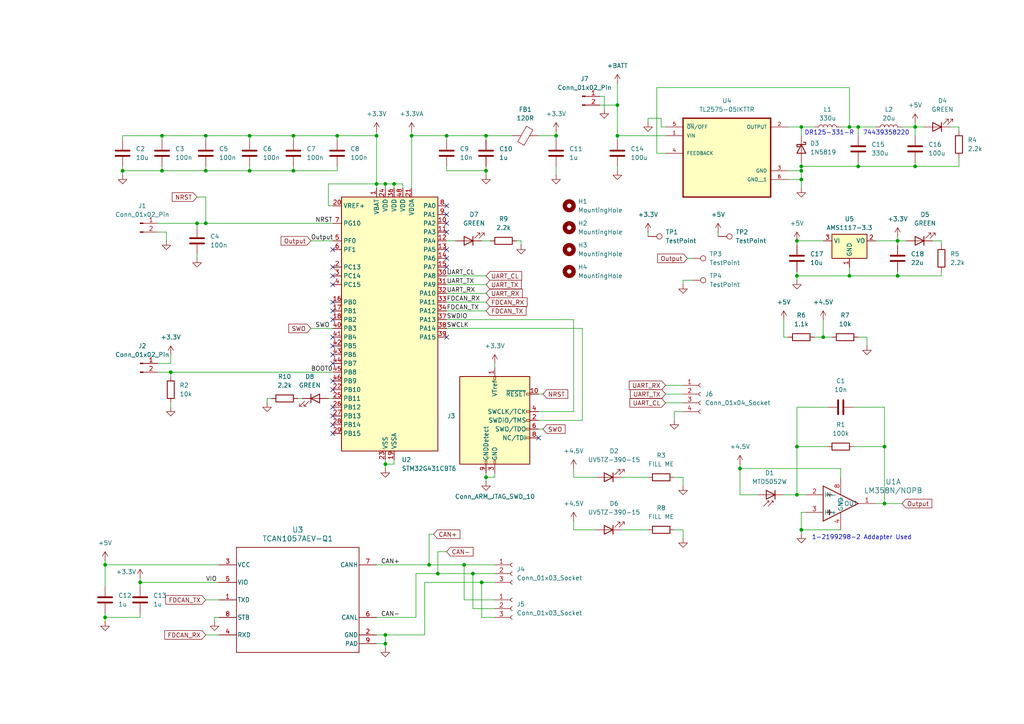
<source format=kicad_sch>
(kicad_sch (version 20231120) (generator "eeschema") (generator_version "8.0")
  (paper "A4")
  (junction (at 232.41 36.83))
  (junction (at 129.54 39.37))
  (junction (at 260.35 80.01))
  (junction (at 179.07 30.48))
  (junction (at 179.07 39.37))
  (junction (at 111.76 184.15))
  (junction (at 59.69 64.77))
  (junction (at 231.14 80.01))
  (junction (at 49.53 107.95))
  (junction (at 124.46 163.83))
  (junction (at 40.64 168.91))
  (junction (at 46.99 39.37))
  (junction (at 232.41 49.53))
  (junction (at 238.76 97.79))
  (junction (at 114.3 53.34))
  (junction (at 256.54 129.54))
  (junction (at 85.09 39.37))
  (junction (at 231.14 129.54))
  (junction (at 109.22 53.34))
  (junction (at 57.15 64.77))
  (junction (at 265.43 36.83))
  (junction (at 137.16 166.37))
  (junction (at 30.48 179.07))
  (junction (at 85.09 49.53))
  (junction (at 59.69 39.37))
  (junction (at 231.14 69.85))
  (junction (at 161.29 39.37))
  (junction (at 231.14 143.51))
  (junction (at 109.22 39.37))
  (junction (at 140.97 49.53))
  (junction (at 248.92 36.83))
  (junction (at 127 166.37))
  (junction (at 111.76 53.34))
  (junction (at 119.38 39.37))
  (junction (at 232.41 153.67))
  (junction (at 35.56 49.53))
  (junction (at 248.92 48.26))
  (junction (at 97.79 39.37))
  (junction (at 140.97 39.37))
  (junction (at 139.7 168.91))
  (junction (at 246.38 80.01))
  (junction (at 232.41 52.07))
  (junction (at 30.48 163.83))
  (junction (at 111.76 134.62))
  (junction (at 72.39 49.53))
  (junction (at 59.69 49.53))
  (junction (at 246.38 36.83))
  (junction (at 72.39 39.37))
  (junction (at 111.76 186.69))
  (junction (at 140.97 138.43))
  (junction (at 134.62 163.83))
  (junction (at 256.54 146.05))
  (junction (at 214.63 135.89))
  (junction (at 232.41 48.26))
  (junction (at 265.43 48.26))
  (junction (at 260.35 69.85))
  (junction (at 46.99 49.53))
  (no_connect (at 96.52 125.73))
  (no_connect (at 96.52 82.55))
  (no_connect (at 96.52 90.17))
  (no_connect (at 129.54 67.31))
  (no_connect (at 96.52 120.65))
  (no_connect (at 96.52 100.33))
  (no_connect (at 129.54 77.47))
  (no_connect (at 129.54 59.69))
  (no_connect (at 129.54 64.77))
  (no_connect (at 156.21 127))
  (no_connect (at 96.52 72.39))
  (no_connect (at 96.52 80.01))
  (no_connect (at 96.52 87.63))
  (no_connect (at 129.54 72.39))
  (no_connect (at 96.52 123.19))
  (no_connect (at 129.54 97.79))
  (no_connect (at 96.52 102.87))
  (no_connect (at 96.52 92.71))
  (no_connect (at 96.52 97.79))
  (no_connect (at 96.52 118.11))
  (no_connect (at 96.52 77.47))
  (no_connect (at 129.54 62.23))
  (no_connect (at 129.54 74.93))
  (no_connect (at 96.52 110.49))
  (no_connect (at 96.52 113.03))
  (no_connect (at 96.52 105.41))
  (wire (pts (xy 140.97 48.26) (xy 140.97 49.53)))
  (wire (pts (xy 40.64 168.91) (xy 40.64 170.18)))
  (wire (pts (xy 97.79 40.64) (xy 97.79 39.37)))
  (wire (pts (xy 278.13 48.26) (xy 265.43 48.26)))
  (wire (pts (xy 232.41 49.53) (xy 232.41 52.07)))
  (wire (pts (xy 143.51 176.53) (xy 137.16 176.53)))
  (wire (pts (xy 227.33 143.51) (xy 231.14 143.51)))
  (wire (pts (xy 195.58 119.38) (xy 198.12 119.38)))
  (wire (pts (xy 85.09 39.37) (xy 72.39 39.37)))
  (wire (pts (xy 149.86 69.85) (xy 151.13 69.85)))
  (wire (pts (xy 111.76 53.34) (xy 109.22 53.34)))
  (wire (pts (xy 198.12 138.43) (xy 195.58 138.43)))
  (wire (pts (xy 35.56 49.53) (xy 35.56 50.8)))
  (wire (pts (xy 238.76 92.71) (xy 238.76 97.79)))
  (wire (pts (xy 232.41 36.83) (xy 236.22 36.83)))
  (wire (pts (xy 232.41 46.99) (xy 232.41 48.26)))
  (wire (pts (xy 97.79 48.26) (xy 97.79 49.53)))
  (wire (pts (xy 49.53 105.41) (xy 45.72 105.41)))
  (wire (pts (xy 247.65 118.11) (xy 256.54 118.11)))
  (wire (pts (xy 140.97 39.37) (xy 148.59 39.37)))
  (wire (pts (xy 273.05 69.85) (xy 270.51 69.85)))
  (wire (pts (xy 232.41 36.83) (xy 232.41 39.37)))
  (wire (pts (xy 246.38 36.83) (xy 248.92 36.83)))
  (wire (pts (xy 198.12 156.21) (xy 198.12 153.67)))
  (wire (pts (xy 95.25 53.34) (xy 109.22 53.34)))
  (wire (pts (xy 30.48 179.07) (xy 40.64 179.07)))
  (wire (pts (xy 59.69 48.26) (xy 59.69 49.53)))
  (wire (pts (xy 97.79 39.37) (xy 109.22 39.37)))
  (wire (pts (xy 120.65 166.37) (xy 127 166.37)))
  (wire (pts (xy 173.99 30.48) (xy 179.07 30.48)))
  (wire (pts (xy 140.97 138.43) (xy 140.97 139.7)))
  (wire (pts (xy 109.22 38.1) (xy 109.22 39.37)))
  (wire (pts (xy 119.38 39.37) (xy 129.54 39.37)))
  (wire (pts (xy 109.22 39.37) (xy 109.22 53.34)))
  (wire (pts (xy 232.41 52.07) (xy 232.41 54.61)))
  (wire (pts (xy 111.76 53.34) (xy 111.76 54.61)))
  (wire (pts (xy 251.46 100.33) (xy 251.46 97.79)))
  (wire (pts (xy 124.46 154.94) (xy 124.46 163.83)))
  (wire (pts (xy 228.6 52.07) (xy 232.41 52.07)))
  (wire (pts (xy 30.48 179.07) (xy 30.48 180.34)))
  (wire (pts (xy 59.69 57.15) (xy 59.69 64.77)))
  (wire (pts (xy 233.68 143.51) (xy 231.14 143.51)))
  (wire (pts (xy 134.62 173.99) (xy 134.62 163.83)))
  (wire (pts (xy 137.16 176.53) (xy 137.16 166.37)))
  (wire (pts (xy 129.54 39.37) (xy 129.54 40.64)))
  (wire (pts (xy 238.76 97.79) (xy 241.3 97.79)))
  (wire (pts (xy 193.04 114.3) (xy 198.12 114.3)))
  (wire (pts (xy 90.17 95.25) (xy 96.52 95.25)))
  (wire (pts (xy 278.13 38.1) (xy 278.13 36.83)))
  (wire (pts (xy 111.76 186.69) (xy 111.76 187.96)))
  (wire (pts (xy 231.14 143.51) (xy 231.14 129.54)))
  (wire (pts (xy 265.43 48.26) (xy 248.92 48.26)))
  (wire (pts (xy 199.39 74.93) (xy 200.66 74.93)))
  (wire (pts (xy 129.54 160.02) (xy 127 160.02)))
  (wire (pts (xy 49.53 107.95) (xy 45.72 107.95)))
  (wire (pts (xy 85.09 48.26) (xy 85.09 49.53)))
  (wire (pts (xy 256.54 146.05) (xy 254 146.05)))
  (wire (pts (xy 161.29 38.1) (xy 161.29 39.37)))
  (wire (pts (xy 265.43 46.99) (xy 265.43 48.26)))
  (wire (pts (xy 63.5 168.91) (xy 40.64 168.91)))
  (wire (pts (xy 129.54 80.01) (xy 140.97 80.01)))
  (wire (pts (xy 46.99 48.26) (xy 46.99 49.53)))
  (wire (pts (xy 40.64 179.07) (xy 40.64 177.8)))
  (wire (pts (xy 231.14 80.01) (xy 231.14 81.28)))
  (wire (pts (xy 190.5 44.45) (xy 193.04 44.45)))
  (wire (pts (xy 72.39 39.37) (xy 59.69 39.37)))
  (wire (pts (xy 179.07 24.13) (xy 179.07 30.48)))
  (wire (pts (xy 243.84 36.83) (xy 246.38 36.83)))
  (wire (pts (xy 72.39 49.53) (xy 59.69 49.53)))
  (wire (pts (xy 96.52 107.95) (xy 49.53 107.95)))
  (wire (pts (xy 96.52 59.69) (xy 95.25 59.69)))
  (wire (pts (xy 59.69 184.15) (xy 63.5 184.15)))
  (wire (pts (xy 208.28 67.31) (xy 208.28 68.58)))
  (wire (pts (xy 114.3 133.35) (xy 114.3 134.62)))
  (wire (pts (xy 129.54 85.09) (xy 140.97 85.09)))
  (wire (pts (xy 273.05 71.12) (xy 273.05 69.85)))
  (wire (pts (xy 59.69 173.99) (xy 63.5 173.99)))
  (wire (pts (xy 214.63 134.62) (xy 214.63 135.89)))
  (wire (pts (xy 166.37 151.13) (xy 166.37 153.67)))
  (wire (pts (xy 45.72 64.77) (xy 57.15 64.77)))
  (wire (pts (xy 166.37 119.38) (xy 166.37 92.71)))
  (wire (pts (xy 77.47 116.84) (xy 77.47 115.57)))
  (wire (pts (xy 109.22 186.69) (xy 111.76 186.69)))
  (wire (pts (xy 251.46 97.79) (xy 248.92 97.79)))
  (wire (pts (xy 232.41 48.26) (xy 232.41 49.53)))
  (wire (pts (xy 256.54 146.05) (xy 261.62 146.05)))
  (wire (pts (xy 59.69 39.37) (xy 46.99 39.37)))
  (wire (pts (xy 49.53 102.87) (xy 49.53 105.41)))
  (wire (pts (xy 111.76 186.69) (xy 111.76 184.15)))
  (wire (pts (xy 97.79 49.53) (xy 85.09 49.53)))
  (wire (pts (xy 48.26 69.85) (xy 48.26 67.31)))
  (wire (pts (xy 86.36 115.57) (xy 87.63 115.57)))
  (wire (pts (xy 46.99 49.53) (xy 35.56 49.53)))
  (wire (pts (xy 139.7 168.91) (xy 143.51 168.91)))
  (wire (pts (xy 193.04 111.76) (xy 198.12 111.76)))
  (wire (pts (xy 191.77 34.29) (xy 187.96 34.29)))
  (wire (pts (xy 143.51 137.16) (xy 143.51 138.43)))
  (wire (pts (xy 256.54 129.54) (xy 256.54 146.05)))
  (wire (pts (xy 137.16 166.37) (xy 143.51 166.37)))
  (wire (pts (xy 260.35 69.85) (xy 254 69.85)))
  (wire (pts (xy 166.37 153.67) (xy 172.72 153.67)))
  (wire (pts (xy 139.7 69.85) (xy 142.24 69.85)))
  (wire (pts (xy 180.34 153.67) (xy 187.96 153.67)))
  (wire (pts (xy 214.63 135.89) (xy 214.63 143.51)))
  (wire (pts (xy 140.97 39.37) (xy 140.97 40.64)))
  (wire (pts (xy 134.62 163.83) (xy 143.51 163.83)))
  (wire (pts (xy 156.21 124.46) (xy 157.48 124.46)))
  (wire (pts (xy 111.76 134.62) (xy 111.76 135.89)))
  (wire (pts (xy 248.92 36.83) (xy 248.92 39.37)))
  (wire (pts (xy 198.12 140.97) (xy 198.12 138.43)))
  (wire (pts (xy 46.99 39.37) (xy 46.99 40.64)))
  (wire (pts (xy 143.51 105.41) (xy 143.51 106.68)))
  (wire (pts (xy 273.05 78.74) (xy 273.05 80.01)))
  (wire (pts (xy 231.14 129.54) (xy 240.03 129.54)))
  (wire (pts (xy 109.22 184.15) (xy 111.76 184.15)))
  (wire (pts (xy 139.7 179.07) (xy 139.7 168.91)))
  (wire (pts (xy 129.54 90.17) (xy 140.97 90.17)))
  (wire (pts (xy 116.84 54.61) (xy 116.84 53.34)))
  (wire (pts (xy 232.41 154.94) (xy 232.41 153.67)))
  (wire (pts (xy 248.92 46.99) (xy 248.92 48.26)))
  (wire (pts (xy 59.69 64.77) (xy 96.52 64.77)))
  (wire (pts (xy 161.29 40.64) (xy 161.29 39.37)))
  (wire (pts (xy 227.33 97.79) (xy 228.6 97.79)))
  (wire (pts (xy 123.19 168.91) (xy 139.7 168.91)))
  (wire (pts (xy 260.35 80.01) (xy 246.38 80.01)))
  (wire (pts (xy 195.58 121.92) (xy 195.58 119.38)))
  (wire (pts (xy 48.26 67.31) (xy 45.72 67.31)))
  (wire (pts (xy 261.62 36.83) (xy 265.43 36.83)))
  (wire (pts (xy 95.25 59.69) (xy 95.25 53.34)))
  (wire (pts (xy 114.3 134.62) (xy 111.76 134.62)))
  (wire (pts (xy 129.54 49.53) (xy 140.97 49.53)))
  (wire (pts (xy 161.29 39.37) (xy 156.21 39.37)))
  (wire (pts (xy 175.26 27.94) (xy 173.99 27.94)))
  (wire (pts (xy 228.6 36.83) (xy 232.41 36.83)))
  (wire (pts (xy 179.07 30.48) (xy 179.07 39.37)))
  (wire (pts (xy 231.14 118.11) (xy 231.14 129.54)))
  (wire (pts (xy 59.69 49.53) (xy 46.99 49.53)))
  (wire (pts (xy 232.41 153.67) (xy 232.41 148.59)))
  (wire (pts (xy 123.19 184.15) (xy 123.19 168.91)))
  (wire (pts (xy 127 160.02) (xy 127 166.37)))
  (wire (pts (xy 260.35 71.12) (xy 260.35 69.85)))
  (wire (pts (xy 30.48 170.18) (xy 30.48 163.83)))
  (wire (pts (xy 127 166.37) (xy 137.16 166.37)))
  (wire (pts (xy 243.84 138.43) (xy 243.84 135.89)))
  (wire (pts (xy 161.29 48.26) (xy 161.29 50.8)))
  (wire (pts (xy 125.73 154.94) (xy 124.46 154.94)))
  (wire (pts (xy 114.3 53.34) (xy 111.76 53.34)))
  (wire (pts (xy 109.22 163.83) (xy 124.46 163.83)))
  (wire (pts (xy 231.14 78.74) (xy 231.14 80.01)))
  (wire (pts (xy 260.35 78.74) (xy 260.35 80.01)))
  (wire (pts (xy 129.54 82.55) (xy 140.97 82.55)))
  (wire (pts (xy 30.48 163.83) (xy 63.5 163.83)))
  (wire (pts (xy 46.99 39.37) (xy 35.56 39.37)))
  (wire (pts (xy 236.22 97.79) (xy 238.76 97.79)))
  (wire (pts (xy 77.47 115.57) (xy 78.74 115.57)))
  (wire (pts (xy 30.48 177.8) (xy 30.48 179.07)))
  (wire (pts (xy 119.38 39.37) (xy 119.38 54.61)))
  (wire (pts (xy 129.54 69.85) (xy 132.08 69.85)))
  (wire (pts (xy 59.69 39.37) (xy 59.69 40.64)))
  (wire (pts (xy 240.03 118.11) (xy 231.14 118.11)))
  (wire (pts (xy 143.51 173.99) (xy 134.62 173.99)))
  (wire (pts (xy 129.54 39.37) (xy 140.97 39.37)))
  (wire (pts (xy 35.56 39.37) (xy 35.56 40.64)))
  (wire (pts (xy 260.35 80.01) (xy 273.05 80.01)))
  (wire (pts (xy 179.07 39.37) (xy 193.04 39.37)))
  (wire (pts (xy 140.97 49.53) (xy 140.97 50.8)))
  (wire (pts (xy 278.13 36.83) (xy 275.59 36.83)))
  (wire (pts (xy 180.34 138.43) (xy 187.96 138.43)))
  (wire (pts (xy 166.37 119.38) (xy 156.21 119.38)))
  (wire (pts (xy 109.22 53.34) (xy 109.22 54.61)))
  (wire (pts (xy 30.48 162.56) (xy 30.48 163.83)))
  (wire (pts (xy 246.38 25.4) (xy 246.38 36.83)))
  (wire (pts (xy 232.41 153.67) (xy 243.84 153.67)))
  (wire (pts (xy 156.21 114.3) (xy 157.48 114.3)))
  (wire (pts (xy 248.92 48.26) (xy 232.41 48.26)))
  (wire (pts (xy 95.25 115.57) (xy 96.52 115.57)))
  (wire (pts (xy 124.46 163.83) (xy 134.62 163.83)))
  (wire (pts (xy 243.84 135.89) (xy 214.63 135.89)))
  (wire (pts (xy 187.96 67.31) (xy 187.96 68.58)))
  (wire (pts (xy 166.37 135.89) (xy 166.37 138.43)))
  (wire (pts (xy 214.63 143.51) (xy 219.71 143.51)))
  (wire (pts (xy 151.13 69.85) (xy 151.13 71.12)))
  (wire (pts (xy 57.15 64.77) (xy 57.15 66.04)))
  (wire (pts (xy 40.64 167.64) (xy 40.64 168.91)))
  (wire (pts (xy 228.6 49.53) (xy 232.41 49.53)))
  (wire (pts (xy 198.12 153.67) (xy 195.58 153.67)))
  (wire (pts (xy 85.09 39.37) (xy 85.09 40.64)))
  (wire (pts (xy 247.65 129.54) (xy 256.54 129.54)))
  (wire (pts (xy 111.76 184.15) (xy 123.19 184.15)))
  (wire (pts (xy 231.14 69.85) (xy 231.14 71.12)))
  (wire (pts (xy 190.5 44.45) (xy 190.5 25.4)))
  (wire (pts (xy 198.12 81.28) (xy 200.66 81.28)))
  (wire (pts (xy 168.91 95.25) (xy 129.54 95.25)))
  (wire (pts (xy 191.77 36.83) (xy 191.77 34.29)))
  (wire (pts (xy 109.22 179.07) (xy 120.65 179.07)))
  (wire (pts (xy 190.5 25.4) (xy 246.38 25.4)))
  (wire (pts (xy 49.53 107.95) (xy 49.53 109.22)))
  (wire (pts (xy 57.15 73.66) (xy 57.15 74.93)))
  (wire (pts (xy 90.17 69.85) (xy 96.52 69.85)))
  (wire (pts (xy 179.07 48.26) (xy 179.07 49.53)))
  (wire (pts (xy 97.79 39.37) (xy 85.09 39.37)))
  (wire (pts (xy 256.54 118.11) (xy 256.54 129.54)))
  (wire (pts (xy 116.84 53.34) (xy 114.3 53.34)))
  (wire (pts (xy 143.51 179.07) (xy 139.7 179.07)))
  (wire (pts (xy 72.39 39.37) (xy 72.39 40.64)))
  (wire (pts (xy 111.76 133.35) (xy 111.76 134.62)))
  (wire (pts (xy 265.43 36.83) (xy 265.43 39.37)))
  (wire (pts (xy 265.43 36.83) (xy 267.97 36.83)))
  (wire (pts (xy 198.12 82.55) (xy 198.12 81.28)))
  (wire (pts (xy 166.37 138.43) (xy 172.72 138.43)))
  (wire (pts (xy 119.38 38.1) (xy 119.38 39.37)))
  (wire (pts (xy 246.38 77.47) (xy 246.38 80.01)))
  (wire (pts (xy 63.5 179.07) (xy 62.23 179.07)))
  (wire (pts (xy 193.04 116.84) (xy 198.12 116.84)))
  (wire (pts (xy 260.35 68.58) (xy 260.35 69.85)))
  (wire (pts (xy 265.43 36.83) (xy 265.43 35.56)))
  (wire (pts (xy 129.54 87.63) (xy 140.97 87.63)))
  (wire (pts (xy 227.33 92.71) (xy 227.33 97.79)))
  (wire (pts (xy 187.96 34.29) (xy 187.96 35.56)))
  (wire (pts (xy 260.35 69.85) (xy 262.89 69.85)))
  (wire (pts (xy 129.54 48.26) (xy 129.54 49.53)))
  (wire (pts (xy 143.51 138.43) (xy 140.97 138.43)))
  (wire (pts (xy 129.54 92.71) (xy 166.37 92.71)))
  (wire (pts (xy 35.56 49.53) (xy 35.56 48.26)))
  (wire (pts (xy 156.21 121.92) (xy 168.91 121.92)))
  (wire (pts (xy 193.04 36.83) (xy 191.77 36.83)))
  (wire (pts (xy 278.13 45.72) (xy 278.13 48.26)))
  (wire (pts (xy 114.3 53.34) (xy 114.3 54.61)))
  (wire (pts (xy 49.53 116.84) (xy 49.53 118.11)))
  (wire (pts (xy 248.92 36.83) (xy 254 36.83)))
  (wire (pts (xy 57.15 57.15) (xy 59.69 57.15)))
  (wire (pts (xy 72.39 48.26) (xy 72.39 49.53)))
  (wire (pts (xy 175.26 27.94) (xy 175.26 31.75)))
  (wire (pts (xy 140.97 137.16) (xy 140.97 138.43)))
  (wire (pts (xy 179.07 40.64) (xy 179.07 39.37)))
  (wire (pts (xy 57.15 64.77) (xy 59.69 64.77)))
  (wire (pts (xy 168.91 121.92) (xy 168.91 95.25)))
  (wire (pts (xy 62.23 179.07) (xy 62.23 180.34)))
  (wire (pts (xy 231.14 69.85) (xy 238.76 69.85)))
  (wire (pts (xy 85.09 49.53) (xy 72.39 49.53)))
  (wire (pts (xy 232.41 148.59) (xy 233.68 148.59)))
  (wire (pts (xy 246.38 80.01) (xy 231.14 80.01)))
  (wire (pts (xy 120.65 179.07) (xy 120.65 166.37)))
  (text "DR125-331-R" (at 240.538 38.608 0) (effects (font (size 1.27 1.27))))
  (text "74439358220" (at 257.048 38.608 0) (effects (font (size 1.27 1.27))))
  (text "1-2199298-2 Addapter Used " (at 250.444 155.956 0) (effects (font (size 1.27 1.27))))
  (label "CAN+" (at 110.49 163.83 0))
  (label "BOOT0" (at 90.17 107.95 0))
  (label "NRST" (at 91.44 64.77 0))
  (label "UART_RX" (at 129.54 85.09 0))
  (label "UART_TX" (at 129.54 82.55 0))
  (label "CAN-" (at 110.49 179.07 0))
  (label "FDCAN_TX" (at 129.54 90.17 0))
  (label "SWCLK" (at 129.54 95.25 0))
  (label "SWDIO" (at 129.54 92.71 0))
  (label "VIO" (at 59.69 168.91 0))
  (label "UART_CL" (at 129.54 80.01 0))
  (label "FDCAN_RX" (at 129.54 87.63 0))
  (label "Output" (at 90.17 69.85 0))
  (label "SWO" (at 91.44 95.25 0))
  (global_label "CAN+" (shape input) (at 125.73 154.94 0) (property "Intersheetrefs" "${INTERSHEET_REFS}" (effects (hide yes))))
  (global_label "CAN-" (shape input) (at 129.54 160.02 0) (property "Intersheetrefs" "${INTERSHEET_REFS}" (effects (hide yes))))
  (global_label "UART_RX" (shape input) (at 193.04 111.76 180) (property "Intersheetrefs" "${INTERSHEET_REFS}" (effects (hide yes))))
  (global_label "NRST" (shape input) (at 157.48 114.3 0) (property "Intersheetrefs" "${INTERSHEET_REFS}" (effects (hide yes))))
  (global_label "UART_CL" (shape input) (at 140.97 80.01 0) (property "Intersheetrefs" "${INTERSHEET_REFS}" (effects (hide yes))))
  (global_label "FDCAN_RX" (shape input) (at 59.69 184.15 180) (property "Intersheetrefs" "${INTERSHEET_REFS}" (effects (hide yes))))
  (global_label "UART_TX" (shape input) (at 140.97 82.55 0) (property "Intersheetrefs" "${INTERSHEET_REFS}" (effects (hide yes))))
  (global_label "Output" (shape input) (at 90.17 69.85 180) (property "Intersheetrefs" "${INTERSHEET_REFS}" (effects (hide yes))))
  (global_label "SWO" (shape input) (at 90.17 95.25 180) (property "Intersheetrefs" "${INTERSHEET_REFS}" (effects (hide yes))))
  (global_label "FDCAN_TX" (shape input) (at 140.97 90.17 0) (property "Intersheetrefs" "${INTERSHEET_REFS}" (effects (hide yes))))
  (global_label "FDCAN_RX" (shape input) (at 140.97 87.63 0) (property "Intersheetrefs" "${INTERSHEET_REFS}" (effects (hide yes))))
  (global_label "FDCAN_TX" (shape input) (at 59.69 173.99 180) (property "Intersheetrefs" "${INTERSHEET_REFS}" (effects (hide yes))))
  (global_label "SWO" (shape input) (at 157.48 124.46 0) (property "Intersheetrefs" "${INTERSHEET_REFS}" (effects (hide yes))))
  (global_label "UART_TX" (shape input) (at 193.04 114.3 180) (property "Intersheetrefs" "${INTERSHEET_REFS}" (effects (hide yes))))
  (global_label "UART_CL" (shape input) (at 193.04 116.84 180) (property "Intersheetrefs" "${INTERSHEET_REFS}" (effects (hide yes))))
  (global_label "UART_RX" (shape input) (at 140.97 85.09 0) (property "Intersheetrefs" "${INTERSHEET_REFS}" (effects (hide yes))))
  (global_label "Output" (shape input) (at 199.39 74.93 180) (property "Intersheetrefs" "${INTERSHEET_REFS}" (effects (hide yes))))
  (global_label "NRST" (shape input) (at 57.15 57.15 180) (property "Intersheetrefs" "${INTERSHEET_REFS}" (effects (hide yes))))
  (global_label "Output" (shape input) (at 261.62 146.05 0) (property "Intersheetrefs" "${INTERSHEET_REFS}" (effects (hide yes))))
  (symbol (lib_id "Connector:TestPoint") (at 208.28 68.58 270) (unit 1)
    (property "Reference" "TP2" (at 213.36 67.3099 90) (effects (justify left)))
    (property "Value" "TestPoint" (at 213.36 69.8499 90) (effects (justify left)))
    (property "Footprint" "TestPoint:TestPoint_Pad_D1.0mm" (effects (hide yes)))
    (property "Description" "test point" (effects (hide yes)))
  )
  (symbol (lib_id "power:+5V") (at 231.14 69.85 0) (unit 1)
    (property "Reference" "#PWR029" (effects (hide yes)))
    (property "Value" "+5V" (at 231.14 64.77 0))
    (property "Description" "Power symbol creates a global label with name \"+5V\"" (effects (hide yes)))
  )
  (symbol (lib_id "Connector:Conn_ARM_JTAG_SWD_10") (at 143.51 121.92 0) (unit 1)
    (property "Reference" "J3" (at 132.08 120.6499 0) (effects (justify right)))
    (property "Value" "Conn_ARM_JTAG_SWD_10" (at 155.194 144.018 0) (effects (justify right)))
    (property "Footprint" "Connector_PinHeader_1.27mm:PinHeader_2x05_P1.27mm_Vertical" (effects (hide yes)))
    (property "Datasheet" "http://infocenter.arm.com/help/topic/com.arm.doc.ddi0314h/DDI0314H_coresight_components_trm.pdf" (effects (hide yes)))
    (property "Description" "Cortex Debug Connector, standard ARM Cortex-M SWD and JTAG interface" (effects (hide yes)))
  )
  (symbol (lib_id "power:+4V") (at 238.76 92.71 0) (unit 1)
    (property "Reference" "#PWR033" (effects (hide yes)))
    (property "Value" "+4.5V" (at 238.76 87.63 0))
    (property "Description" "Power symbol creates a global label with name \"+4V\"" (effects (hide yes)))
  )
  (symbol (lib_id "power:GND") (at 49.53 118.11 0) (unit 1)
    (property "Reference" "#PWR06" (effects (hide yes)))
    (property "Value" "GND" (effects (hide yes)))
    (property "Description" "Power symbol creates a global label with name \"GND\" , ground" (effects (hide yes)))
  )
  (symbol (lib_id "Device:C") (at 265.43 43.18 0) (unit 1)
    (property "Reference" "C16" (at 269.24 41.9099 0) (effects (justify left)))
    (property "Value" "100u" (at 269.24 44.4499 0) (effects (justify left)))
    (property "Footprint" "Capacitor_SMD:C_0805_2012Metric" (effects (hide yes)))
    (property "Description" "Unpolarized capacitor" (effects (hide yes)))
  )
  (symbol (lib_id "Device:C") (at 59.69 44.45 0) (unit 1)
    (property "Reference" "C5" (at 63.5 43.1799 0) (effects (justify left)))
    (property "Value" "100n" (at 63.5 45.7199 0) (effects (justify left)))
    (property "Footprint" "Capacitor_SMD:C_0402_1005Metric" (effects (hide yes)))
    (property "Description" "Unpolarized capacitor" (effects (hide yes)))
  )
  (symbol (lib_id "power:GND") (at 232.41 154.94 0) (unit 1)
    (property "Reference" "#PWR01" (effects (hide yes)))
    (property "Value" "GND" (effects (hide yes)))
    (property "Description" "Power symbol creates a global label with name \"GND\" , ground" (effects (hide yes)))
  )
  (symbol (lib_id "Device:LED") (at 176.53 153.67 180) (unit 1)
    (property "Reference" "D6" (at 178.1175 146.05 0))
    (property "Value" "UV5TZ-390-15" (at 178.1175 148.59 0))
    (property "Footprint" "LED_THT:LED_D5.0mm" (effects (hide yes)))
    (property "Description" "Light emitting diode" (effects (hide yes)))
  )
  (symbol (lib_id "Device:R") (at 278.13 41.91 0) (unit 1)
    (property "Reference" "R4" (at 280.67 40.6399 0) (effects (justify left)))
    (property "Value" "2.2k" (at 280.67 43.1799 0) (effects (justify left)))
    (property "Footprint" "Resistor_SMD:R_0402_1005Metric" (effects (hide yes)))
    (property "Description" "Resistor" (effects (hide yes)))
  )
  (symbol (lib_id "power:GND") (at 161.29 50.8 0) (unit 1)
    (property "Reference" "#PWR016" (effects (hide yes)))
    (property "Value" "GND" (effects (hide yes)))
    (property "Description" "Power symbol creates a global label with name \"GND\" , ground" (effects (hide yes)))
  )
  (symbol (lib_id "Connector:TestPoint") (at 200.66 74.93 270) (unit 1)
    (property "Reference" "TP3" (at 205.74 73.6599 90) (effects (justify left)))
    (property "Value" "TestPoint" (at 205.74 76.1999 90) (effects (justify left)))
    (property "Footprint" "TestPoint:TestPoint_Pad_D1.0mm" (effects (hide yes)))
    (property "Description" "test point" (effects (hide yes)))
  )
  (symbol (lib_id "Device:R") (at 49.53 113.03 0) (unit 1)
    (property "Reference" "R2" (at 52.07 111.7599 0) (effects (justify left)))
    (property "Value" "10k" (at 52.07 114.2999 0) (effects (justify left)))
    (property "Footprint" "Resistor_SMD:R_0402_1005Metric" (effects (hide yes)))
    (property "Description" "Resistor" (effects (hide yes)))
  )
  (symbol (lib_id "Device:R") (at 146.05 69.85 90) (unit 1)
    (property "Reference" "R9" (at 146.05 63.5 90))
    (property "Value" "2.2k" (at 146.05 66.04 90))
    (property "Footprint" "Resistor_SMD:R_0402_1005Metric" (effects (hide yes)))
    (property "Description" "Resistor" (effects (hide yes)))
  )
  (symbol (lib_id "Regulator_Linear:AMS1117-3.3") (at 246.38 69.85 0) (unit 1)
    (property "Reference" "U5" (at 246.38 63.5 0))
    (property "Value" "AMS1117-3.3" (at 246.38 66.04 0))
    (property "Footprint" "Package_TO_SOT_SMD:SOT-223-3_TabPin2" (effects (hide yes)))
    (property "Datasheet" "http://www.advanced-monolithic.com/pdf/ds1117.pdf" (effects (hide yes)))
    (property "Description" "1A Low Dropout regulator, positive, 3.3V fixed output, SOT-223" (effects (hide yes)))
  )
  (symbol (lib_id "power:+3.3V") (at 40.64 167.64 0) (unit 1)
    (property "Reference" "#PWR018" (effects (hide yes)))
    (property "Value" "+3.3V" (at 36.576 165.862 0))
    (property "Description" "Power symbol creates a global label with name \"+3.3V\"" (effects (hide yes)))
  )
  (symbol (lib_id "power:+3.3V") (at 143.51 105.41 0) (unit 1)
    (property "Reference" "#PWR09" (effects (hide yes)))
    (property "Value" "+3.3V" (at 143.51 100.33 0))
    (property "Description" "Power symbol creates a global label with name \"+3.3V\"" (effects (hide yes)))
  )
  (symbol (lib_id "Device:C") (at 35.56 44.45 0) (unit 1)
    (property "Reference" "C2" (at 39.37 43.1799 0) (effects (justify left)))
    (property "Value" "10u" (at 39.37 45.7199 0) (effects (justify left)))
    (property "Footprint" "Capacitor_SMD:C_0603_1608Metric" (effects (hide yes)))
    (property "Description" "Unpolarized capacitor" (effects (hide yes)))
  )
  (symbol (lib_id "Device:C") (at 97.79 44.45 0) (unit 1)
    (property "Reference" "C8" (at 101.6 43.1799 0) (effects (justify left)))
    (property "Value" "100n" (at 101.6 45.7199 0) (effects (justify left)))
    (property "Footprint" "Capacitor_SMD:C_0402_1005Metric" (effects (hide yes)))
    (property "Description" "Unpolarized capacitor" (effects (hide yes)))
  )
  (symbol (lib_id "Connector:TestPoint") (at 200.66 81.28 270) (unit 1)
    (property "Reference" "TP4" (at 205.74 80.0099 90) (effects (justify left)))
    (property "Value" "TestPoint" (at 205.74 82.5499 90) (effects (justify left)))
    (property "Footprint" "TestPoint:TestPoint_Pad_D1.0mm" (effects (hide yes)))
    (property "Description" "test point" (effects (hide yes)))
  )
  (symbol (lib_id "power:+4V") (at 166.37 151.13 0) (unit 1)
    (property "Reference" "#PWR036" (effects (hide yes)))
    (property "Value" "+4.5V" (at 166.37 146.05 0))
    (property "Description" "Power symbol creates a global label with name \"+4V\"" (effects (hide yes)))
  )
  (symbol (lib_id "Device:R") (at 232.41 97.79 90) (unit 1)
    (property "Reference" "R6" (at 232.41 91.44 90))
    (property "Value" "1.1k" (at 232.41 93.98 90))
    (property "Footprint" "Resistor_THT:R_Axial_DIN0204_L3.6mm_D1.6mm_P7.62mm_Horizontal" (effects (hide yes)))
    (property "Description" "Resistor" (effects (hide yes)))
  )
  (symbol (lib_id "Connector:TestPoint") (at 187.96 68.58 270) (unit 1)
    (property "Reference" "TP1" (at 193.04 67.3099 90) (effects (justify left)))
    (property "Value" "TestPoint" (at 193.04 69.8499 90) (effects (justify left)))
    (property "Footprint" "TestPoint:TestPoint_Pad_D1.0mm" (effects (hide yes)))
    (property "Description" "test point" (effects (hide yes)))
  )
  (symbol (lib_id "power:+5V") (at 265.43 35.56 0) (unit 1)
    (property "Reference" "#PWR028" (effects (hide yes)))
    (property "Value" "+5V" (at 265.43 30.48 0))
    (property "Description" "Power symbol creates a global label with name \"+5V\"" (effects (hide yes)))
  )
  (symbol (lib_id "power:GND") (at 77.47 116.84 0) (unit 1)
    (property "Reference" "#PWR042" (effects (hide yes)))
    (property "Value" "GND" (effects (hide yes)))
    (property "Description" "Power symbol creates a global label with name \"GND\" , ground" (effects (hide yes)))
  )
  (symbol (lib_id "power:+4V") (at 166.37 135.89 0) (unit 1)
    (property "Reference" "#PWR021" (effects (hide yes)))
    (property "Value" "+4.5V" (at 166.37 130.81 0))
    (property "Description" "Power symbol creates a global label with name \"+4V\"" (effects (hide yes)))
  )
  (symbol (lib_id "Device:C") (at 40.64 173.99 0) (unit 1)
    (property "Reference" "C13" (at 44.45 172.7199 0) (effects (justify left)))
    (property "Value" "1u" (at 44.45 175.2599 0) (effects (justify left)))
    (property "Footprint" "Capacitor_SMD:C_0402_1005Metric" (effects (hide yes)))
    (property "Description" "Unpolarized capacitor" (effects (hide yes)))
  )
  (symbol (lib_id "power:GND") (at 62.23 180.34 0) (unit 1)
    (property "Reference" "#PWR019" (effects (hide yes)))
    (property "Value" "GND" (effects (hide yes)))
    (property "Description" "Power symbol creates a global label with name \"GND\" , ground" (effects (hide yes)))
  )
  (symbol (lib_id "Device:LED") (at 266.7 69.85 180) (unit 1)
    (property "Reference" "D5" (at 268.2875 62.23 0))
    (property "Value" "GREEN" (at 268.2875 64.77 0))
    (property "Footprint" "LED_SMD:LED_0603_1608Metric" (effects (hide yes)))
    (property "Description" "Light emitting diode" (effects (hide yes)))
  )
  (symbol (lib_id "Device:R") (at 245.11 97.79 90) (unit 1)
    (property "Reference" "R7" (at 245.11 91.44 90))
    (property "Value" "10k" (at 245.11 93.98 90))
    (property "Footprint" "Resistor_THT:R_Axial_DIN0204_L3.6mm_D1.6mm_P7.62mm_Horizontal" (effects (hide yes)))
    (property "Description" "Resistor" (effects (hide yes)))
  )
  (symbol (lib_id "Spec:TL2575-05IKTTR") (at 210.82 44.45 0) (unit 1)
    (property "Reference" "U4" (at 210.82 29.21 0))
    (property "Value" "TL2575-05IKTTR" (at 210.82 31.75 0))
    (property "Footprint" "Package_TO_SOT_SMD:TO-263-5_TabPin6" (effects (hide yes)))
  )
  (symbol (lib_id "Device:LED") (at 176.53 138.43 180) (unit 1)
    (property "Reference" "D2" (at 178.1175 130.81 0))
    (property "Value" "UV5TZ-390-15" (at 178.1175 133.35 0))
    (property "Footprint" "LED_THT:LED_D5.0mm" (effects (hide yes)))
    (property "Description" "Light emitting diode" (effects (hide yes)))
  )
  (symbol (lib_id "Device:C") (at 161.29 44.45 0) (unit 1)
    (property "Reference" "C11" (at 165.1 43.1799 0) (effects (justify left)))
    (property "Value" "1u" (at 165.1 45.7199 0) (effects (justify left)))
    (property "Footprint" "Capacitor_SMD:C_0402_1005Metric" (effects (hide yes)))
    (property "Description" "Unpolarized capacitor" (effects (hide yes)))
  )
  (symbol (lib_id "Device:D_Schottky") (at 232.41 43.18 270) (unit 1)
    (property "Reference" "D3" (at 234.95 41.5924 90) (effects (justify left)))
    (property "Value" "1N5819" (at 234.95 44.1324 90) (effects (justify left)))
    (property "Footprint" "Diode_THT:D_DO-41_SOD81_P7.62mm_Horizontal" (effects (hide yes)))
    (property "Description" "Schottky diode" (effects (hide yes)))
  )
  (symbol (lib_id "Device:LED") (at 91.44 115.57 0) (unit 1)
    (property "Reference" "D8" (at 89.8525 109.22 0))
    (property "Value" "GREEN" (at 89.8525 111.76 0))
    (property "Footprint" "LED_SMD:LED_0603_1608Metric" (effects (hide yes)))
    (property "Description" "Light emitting diode" (effects (hide yes)))
  )
  (symbol (lib_id "power:GND") (at 140.97 139.7 0) (unit 1)
    (property "Reference" "#PWR08" (effects (hide yes)))
    (property "Value" "GND" (effects (hide yes)))
    (property "Description" "Power symbol creates a global label with name \"GND\" , ground" (effects (hide yes)))
  )
  (symbol (lib_id "power:+5V") (at 30.48 162.56 0) (unit 1)
    (property "Reference" "#PWR014" (effects (hide yes)))
    (property "Value" "+5V" (at 30.48 157.48 0))
    (property "Description" "Power symbol creates a global label with name \"+5V\"" (effects (hide yes)))
  )
  (symbol (lib_id "Device:R") (at 191.77 138.43 90) (unit 1)
    (property "Reference" "R3" (at 191.77 132.08 90))
    (property "Value" "FILL ME" (at 191.77 134.62 90))
    (property "Footprint" "Resistor_THT:R_Axial_DIN0204_L3.6mm_D1.6mm_P7.62mm_Horizontal" (effects (hide yes)))
    (property "Description" "Resistor" (effects (hide yes)))
  )
  (symbol (lib_id "Device:L") (at 257.81 36.83 90) (unit 1)
    (property "Reference" "L2" (at 257.81 31.75 90))
    (property "Value" "20u" (at 257.81 34.29 90))
    (property "Footprint" "Spec:WE-XHMI_8080" (effects (hide yes)))
    (property "Description" "Inductor" (effects (hide yes)))
  )
  (symbol (lib_id "Device:C") (at 72.39 44.45 0) (unit 1)
    (property "Reference" "C6" (at 76.2 43.1799 0) (effects (justify left)))
    (property "Value" "100n" (at 76.2 45.7199 0) (effects (justify left)))
    (property "Footprint" "Capacitor_SMD:C_0402_1005Metric" (effects (hide yes)))
    (property "Description" "Unpolarized capacitor" (effects (hide yes)))
  )
  (symbol (lib_id "power:GND") (at 187.96 35.56 0) (unit 1)
    (property "Reference" "#PWR027" (effects (hide yes)))
    (property "Value" "GND" (effects (hide yes)))
    (property "Description" "Power symbol creates a global label with name \"GND\" , ground" (effects (hide yes)))
  )
  (symbol (lib_id "power:+3.3V") (at 161.29 38.1 0) (unit 1)
    (property "Reference" "#PWR015" (effects (hide yes)))
    (property "Value" "+3.3V" (at 161.29 33.02 0))
    (property "Description" "Power symbol creates a global label with name \"+3.3V\"" (effects (hide yes)))
  )
  (symbol (lib_id "Device:LED") (at 271.78 36.83 180) (unit 1)
    (property "Reference" "D4" (at 273.3675 29.21 0))
    (property "Value" "GREEN" (at 273.3675 31.75 0))
    (property "Footprint" "LED_SMD:LED_0603_1608Metric" (effects (hide yes)))
    (property "Description" "Light emitting diode" (effects (hide yes)))
  )
  (symbol (lib_id "power:+3.3V") (at 260.35 68.58 0) (unit 1)
    (property "Reference" "#PWR031" (effects (hide yes)))
    (property "Value" "+3.3V" (at 260.35 63.5 0))
    (property "Description" "Power symbol creates a global label with name \"+3.3V\"" (effects (hide yes)))
  )
  (symbol (lib_id "power:GND") (at 140.97 50.8 0) (unit 1)
    (property "Reference" "#PWR013" (effects (hide yes)))
    (property "Value" "GND" (effects (hide yes)))
    (property "Description" "Power symbol creates a global label with name \"GND\" , ground" (effects (hide yes)))
  )
  (symbol (lib_id "Device:R") (at 243.84 129.54 90) (unit 1)
    (property "Reference" "R1" (at 243.84 123.19 90))
    (property "Value" "100k" (at 243.84 125.73 90))
    (property "Footprint" "Resistor_THT:R_Axial_DIN0204_L3.6mm_D1.6mm_P7.62mm_Horizontal" (effects (hide yes)))
    (property "Description" "Resistor" (effects (hide yes)))
  )
  (symbol (lib_id "power:+3.3V") (at 49.53 102.87 0) (unit 1)
    (property "Reference" "#PWR05" (effects (hide yes)))
    (property "Value" "+3.3V" (at 49.53 97.79 0))
    (property "Description" "Power symbol creates a global label with name \"+3.3V\"" (effects (hide yes)))
  )
  (symbol (lib_id "power:GND") (at 232.41 54.61 0) (unit 1)
    (property "Reference" "#PWR026" (effects (hide yes)))
    (property "Value" "GND" (effects (hide yes)))
    (property "Description" "Power symbol creates a global label with name \"GND\" , ground" (effects (hide yes)))
  )
  (symbol (lib_id "power:GND") (at 195.58 121.92 0) (unit 1)
    (property "Reference" "#PWR023" (effects (hide yes)))
    (property "Value" "GND" (effects (hide yes)))
    (property "Description" "Power symbol creates a global label with name \"GND\" , ground" (effects (hide yes)))
  )
  (symbol (lib_id "Device:L") (at 240.03 36.83 90) (unit 1)
    (property "Reference" "L1" (at 240.03 31.75 90))
    (property "Value" "330u" (at 240.03 34.29 90))
    (property "Footprint" "Spec:DR125" (effects (hide yes)))
    (property "Description" "Inductor" (effects (hide yes)))
  )
  (symbol (lib_id "power:GND") (at 198.12 140.97 0) (unit 1)
    (property "Reference" "#PWR022" (effects (hide yes)))
    (property "Value" "GND" (effects (hide yes)))
    (property "Description" "Power symbol creates a global label with name \"GND\" , ground" (effects (hide yes)))
  )
  (symbol (lib_id "Device:FerriteBead") (at 152.4 39.37 90) (unit 1)
    (property "Reference" "FB1" (at 152.3492 31.75 90))
    (property "Value" "120R" (at 152.3492 34.29 90))
    (property "Footprint" "Inductor_SMD:L_0603_1608Metric" (effects (hide yes)))
    (property "Description" "Ferrite bead" (effects (hide yes)))
  )
  (symbol (lib_id "power:+5V") (at 227.33 92.71 0) (unit 1)
    (property "Reference" "#PWR034" (effects (hide yes)))
    (property "Value" "+5V" (at 227.33 87.63 0))
    (property "Description" "Power symbol creates a global label with name \"+5V\"" (effects (hide yes)))
  )
  (symbol (lib_id "power:GND") (at 251.46 100.33 0) (unit 1)
    (property "Reference" "#PWR035" (effects (hide yes)))
    (property "Value" "GND" (effects (hide yes)))
    (property "Description" "Power symbol creates a global label with name \"GND\" , ground" (effects (hide yes)))
  )
  (symbol (lib_id "power:+3.3V") (at 109.22 38.1 0) (unit 1)
    (property "Reference" "#PWR010" (effects (hide yes)))
    (property "Value" "+3.3V" (at 109.22 33.02 0))
    (property "Description" "Power symbol creates a global label with name \"+3.3V\"" (effects (hide yes)))
  )
  (symbol (lib_id "Device:R") (at 273.05 74.93 0) (unit 1)
    (property "Reference" "R5" (at 275.59 73.6599 0) (effects (justify left)))
    (property "Value" "2.2k" (at 275.59 76.1999 0) (effects (justify left)))
    (property "Footprint" "Resistor_SMD:R_0402_1005Metric" (effects (hide yes)))
    (property "Description" "Resistor" (effects (hide yes)))
  )
  (symbol (lib_id "Device:R") (at 82.55 115.57 90) (unit 1)
    (property "Reference" "R10" (at 82.55 109.22 90))
    (property "Value" "2.2k" (at 82.55 111.76 90))
    (property "Footprint" "Resistor_SMD:R_0402_1005Metric" (effects (hide yes)))
    (property "Description" "Resistor" (effects (hide yes)))
  )
  (symbol (lib_id "power:+3.3V") (at 187.96 67.31 0) (unit 1)
    (property "Reference" "#PWR038" (effects (hide yes)))
    (property "Value" "+3.3V" (at 187.96 62.23 0))
    (property "Description" "Power symbol creates a global label with name \"+3.3V\"" (effects (hide yes)))
  )
  (symbol (lib_id "power:+4V") (at 214.63 134.62 0) (unit 1)
    (property "Reference" "#PWR02" (effects (hide yes)))
    (property "Value" "+4.5V" (at 214.63 129.54 0))
    (property "Description" "Power symbol creates a global label with name \"+4V\"" (effects (hide yes)))
  )
  (symbol (lib_id "power:GND") (at 30.48 180.34 0) (unit 1)
    (property "Reference" "#PWR017" (effects (hide yes)))
    (property "Value" "GND" (effects (hide yes)))
    (property "Description" "Power symbol creates a global label with name \"GND\" , ground" (effects (hide yes)))
  )
  (symbol (lib_id "Device:C") (at 85.09 44.45 0) (unit 1)
    (property "Reference" "C7" (at 88.9 43.1799 0) (effects (justify left)))
    (property "Value" "100n" (at 88.9 45.7199 0) (effects (justify left)))
    (property "Footprint" "Capacitor_SMD:C_0402_1005Metric" (effects (hide yes)))
    (property "Description" "Unpolarized capacitor" (effects (hide yes)))
  )
  (symbol (lib_id "Device:C") (at 179.07 44.45 0) (unit 1)
    (property "Reference" "C14" (at 182.88 43.1799 0) (effects (justify left)))
    (property "Value" "100u" (at 182.88 45.7199 0) (effects (justify left)))
    (property "Footprint" "Capacitor_THT:C_Radial_D8.0mm_H11.5mm_P3.50mm" (effects (hide yes)))
    (property "Description" "Unpolarized capacitor" (effects (hide yes)))
  )
  (symbol (lib_id "Device:C") (at 46.99 44.45 0) (unit 1)
    (property "Reference" "C3" (at 50.8 43.1799 0) (effects (justify left)))
    (property "Value" "100n" (at 50.8 45.7199 0) (effects (justify left)))
    (property "Footprint" "Capacitor_SMD:C_0402_1005Metric" (effects (hide yes)))
    (property "Description" "Unpolarized capacitor" (effects (hide yes)))
  )
  (symbol (lib_id "Device:R") (at 191.77 153.67 90) (unit 1)
    (property "Reference" "R8" (at 191.77 147.32 90))
    (property "Value" "FILL ME" (at 191.77 149.86 90))
    (property "Footprint" "Resistor_THT:R_Axial_DIN0204_L3.6mm_D1.6mm_P7.62mm_Horizontal" (effects (hide yes)))
    (property "Description" "Resistor" (effects (hide yes)))
  )
  (symbol (lib_id "Mechanical:MountingHole") (at 165.1 72.39 0) (unit 1) (exclude_from_sim yes) (in_bom no)
    (property "Reference" "H3" (at 167.64 71.1199 0) (effects (justify left)))
    (property "Value" "MountingHole" (at 167.64 73.6599 0) (effects (justify left)))
    (property "Footprint" "MountingHole:MountingHole_3.2mm_M3" (effects (hide yes)))
    (property "Description" "Mounting Hole without connection" (effects (hide yes)))
  )
  (symbol (lib_id "Device:LED") (at 135.89 69.85 180) (unit 1)
    (property "Reference" "D7" (at 137.4775 62.23 0))
    (property "Value" "GREEN" (at 137.4775 64.77 0))
    (property "Footprint" "LED_SMD:LED_0603_1608Metric" (effects (hide yes)))
    (property "Description" "Light emitting diode" (effects (hide yes)))
  )
  (symbol (lib_id "power:GND") (at 151.13 71.12 0) (unit 1)
    (property "Reference" "#PWR041" (effects (hide yes)))
    (property "Value" "GND" (effects (hide yes)))
    (property "Description" "Power symbol creates a global label with name \"GND\" , ground" (effects (hide yes)))
  )
  (symbol (lib_id "power:+3.3V") (at 208.28 67.31 0) (unit 1)
    (property "Reference" "#PWR039" (effects (hide yes)))
    (property "Value" "+5V" (at 208.28 62.23 0))
    (property "Description" "Power symbol creates a global label with name \"+3.3V\"" (effects (hide yes)))
  )
  (symbol (lib_id "MCU_ST_STM32G4:STM32G431CBTx") (at 111.76 95.25 0) (unit 1)
    (property "Reference" "U2" (at 116.4941 133.35 0) (effects (justify left)))
    (property "Value" "STM32G431CBT6" (at 116.4941 135.89 0) (effects (justify left)))
    (property "Footprint" "Package_QFP:LQFP-48_7x7mm_P0.5mm" (effects (hide yes)))
    (property "Datasheet" "https://www.st.com/resource/en/datasheet/stm32g431cb.pdf" (effects (hide yes)))
    (property "Description" "STMicroelectronics Arm Cortex-M4 MCU, 128KB flash, 32KB RAM, 170 MHz, 1.71-3.6V, 38 GPIO, LQFP48" (effects (hide yes)))
  )
  (symbol (lib_id "Device:C") (at 231.14 74.93 0) (unit 1)
    (property "Reference" "C17" (at 234.95 73.6599 0) (effects (justify left)))
    (property "Value" "10u" (at 234.95 76.1999 0) (effects (justify left)))
    (property "Footprint" "Capacitor_SMD:C_0805_2012Metric" (effects (hide yes)))
    (property "Description" "Unpolarized capacitor" (effects (hide yes)))
  )
  (symbol (lib_id "Connector:Conn_01x03_Socket") (at 148.59 176.53 0) (unit 1)
    (property "Reference" "J5" (at 149.86 175.2599 0) (effects (justify left)))
    (property "Value" "Conn_01x03_Socket" (at 149.86 177.7999 0) (effects (justify left)))
    (property "Footprint" "Connector_JST:JST_PH_S3B-PH-SM4-TB_1x03-1MP_P2.00mm_Horizontal" (effects (hide yes)))
    (property "Description" "Generic connector, single row, 01x03, script generated" (effects (hide yes)))
  )
  (symbol (lib_id "Mechanical:MountingHole") (at 165.1 78.74 0) (unit 1) (exclude_from_sim yes) (in_bom no)
    (property "Reference" "H4" (at 167.64 77.4699 0) (effects (justify left)))
    (property "Value" "MountingHole" (at 167.64 80.0099 0) (effects (justify left)))
    (property "Footprint" "MountingHole:MountingHole_3.2mm_M3" (effects (hide yes)))
    (property "Description" "Mounting Hole without connection" (effects (hide yes)))
  )
  (symbol (lib_id "Connector:Conn_01x03_Socket") (at 148.59 166.37 0) (unit 1)
    (property "Reference" "J4" (at 149.86 165.0999 0) (effects (justify left)))
    (property "Value" "Conn_01x03_Socket" (at 149.86 167.6399 0) (effects (justify left)))
    (property "Footprint" "Connector_JST:JST_PH_S3B-PH-SM4-TB_1x03-1MP_P2.00mm_Horizontal" (effects (hide yes)))
    (property "Description" "Generic connector, single row, 01x03, script generated" (effects (hide yes)))
  )
  (symbol (lib_id "Connector:Conn_01x02_Pin") (at 40.64 64.77 0) (unit 1)
    (property "Reference" "J1" (at 41.275 59.69 0))
    (property "Value" "Conn_01x02_Pin" (at 41.275 62.23 0))
    (property "Footprint" "Connector_PinHeader_2.54mm:PinHeader_1x02_P2.54mm_Vertical" (effects (hide yes)))
    (property "Description" "Generic connector, single row, 01x02, script generated" (effects (hide yes)))
  )
  (symbol (lib_id "Device:D_Photo") (at 222.25 143.51 180) (unit 1)
    (property "Reference" "D1" (at 223.2025 137.16 0))
    (property "Value" "MTD5052W" (at 223.2025 139.7 0))
    (property "Footprint" "LED_THT:LED_D5.0mm" (effects (hide yes)))
    (property "Description" "Photodiode" (effects (hide yes)))
  )
  (symbol (lib_id "power:GND") (at 198.12 82.55 0) (unit 1)
    (property "Reference" "#PWR040" (effects (hide yes)))
    (property "Value" "GND" (effects (hide yes)))
    (property "Description" "Power symbol creates a global label with name \"GND\" , ground" (effects (hide yes)))
  )
  (symbol (lib_id "Device:C") (at 140.97 44.45 0) (unit 1)
    (property "Reference" "C10" (at 144.78 43.1799 0) (effects (justify left)))
    (property "Value" "1u" (at 144.78 45.7199 0) (effects (justify left)))
    (property "Footprint" "Capacitor_SMD:C_0402_1005Metric" (effects (hide yes)))
    (property "Description" "Unpolarized capacitor" (effects (hide yes)))
  )
  (symbol (lib_id "Mechanical:MountingHole") (at 165.1 66.04 0) (unit 1) (exclude_from_sim yes) (in_bom no)
    (property "Reference" "H2" (at 167.64 64.7699 0) (effects (justify left)))
    (property "Value" "MountingHole" (at 167.64 67.3099 0) (effects (justify left)))
    (property "Footprint" "MountingHole:MountingHole_3.2mm_M3" (effects (hide yes)))
    (property "Description" "Mounting Hole without connection" (effects (hide yes)))
  )
  (symbol (lib_id "moteus:TCAN1042HGVDRBRQ1") (at 86.36 173.99 0) (unit 1)
    (property "Reference" "U3" (at 86.36 153.67 0) (effects (font (size 1.524 1.524))))
    (property "Value" "TCAN1057AEV-Q1" (at 86.36 156.21 0) (effects (font (size 1.524 1.524))))
    (property "Footprint" "Package_SO:SOIC-8_3.9x4.9mm_P1.27mm" (effects (hide yes)))
    (property "Datasheet" "TCAN1057AEVDRQ1" (effects (hide yes)))
    (property "MPN" "TCAN1057AEVDRQ1" (effects (hide yes)))
    (property "MF" "TI" (effects (hide yes)))
    (property "POPULATE" "1" (effects (hide yes)))
  )
  (symbol (lib_id "Device:C") (at 129.54 44.45 0) (unit 1)
    (property "Reference" "C9" (at 133.35 43.1799 0) (effects (justify left)))
    (property "Value" "10n" (at 133.35 45.7199 0) (effects (justify left)))
    (property "Footprint" "Capacitor_SMD:C_0402_1005Metric" (effects (hide yes)))
    (property "Description" "Unpolarized capacitor" (effects (hide yes)))
  )
  (symbol (lib_id "Connector:Conn_01x04_Socket") (at 203.2 114.3 0) (unit 1)
    (property "Reference" "J6" (at 204.47 114.2999 0) (effects (justify left)))
    (property "Value" "Conn_01x04_Socket" (at 204.47 116.8399 0) (effects (justify left)))
    (property "Footprint" "Connector_JST:JST_ZE_S04B-ZESK-2D_1x04_P1.50mm_Horizontal" (effects (hide yes)))
    (property "Description" "Generic connector, single row, 01x04, script generated" (effects (hide yes)))
  )
  (symbol (lib_id "Device:C") (at 57.15 69.85 0) (unit 1)
    (property "Reference" "C4" (at 60.96 68.5799 0) (effects (justify left)))
    (property "Value" "100n" (at 60.96 71.1199 0) (effects (justify left)))
    (property "Footprint" "Capacitor_SMD:C_0402_1005Metric" (effects (hide yes)))
    (property "Description" "Unpolarized capacitor" (effects (hide yes)))
  )
  (symbol (lib_id "power:GND") (at 179.07 49.53 0) (unit 1)
    (property "Reference" "#PWR025" (effects (hide yes)))
    (property "Value" "GND" (effects (hide yes)))
    (property "Description" "Power symbol creates a global label with name \"GND\" , ground" (effects (hide yes)))
  )
  (symbol (lib_id "power:GND") (at 35.56 50.8 0) (unit 1)
    (property "Reference" "#PWR03" (effects (hide yes)))
    (property "Value" "GND" (effects (hide yes)))
    (property "Description" "Power symbol creates a global label with name \"GND\" , ground" (effects (hide yes)))
  )
  (symbol (lib_id "Device:C") (at 260.35 74.93 0) (unit 1)
    (property "Reference" "C18" (at 264.16 73.6599 0) (effects (justify left)))
    (property "Value" "22u" (at 264.16 76.1999 0) (effects (justify left)))
    (property "Footprint" "Capacitor_SMD:C_0805_2012Metric" (effects (hide yes)))
    (property "Description" "Unpolarized capacitor" (effects (hide yes)))
  )
  (symbol (lib_id "Connector:Conn_01x02_Pin") (at 168.91 27.94 0) (unit 1)
    (property "Reference" "J7" (at 169.545 22.86 0))
    (property "Value" "Conn_01x02_Pin" (at 169.545 25.4 0))
    (property "Footprint" "Connector_AMASS:AMASS_XT30PW-M_1x02_P2.50mm_Horizontal" (effects (hide yes)))
    (property "Description" "Generic connector, single row, 01x02, script generated" (effects (hide yes)))
  )
  (symbol (lib_id "power:GND") (at 175.26 31.75 0) (unit 1)
    (property "Reference" "#PWR032" (effects (hide yes)))
    (property "Value" "GND" (effects (hide yes)))
    (property "Description" "Power symbol creates a global label with name \"GND\" , ground" (effects (hide yes)))
  )
  (symbol (lib_id "power:+BATT") (at 179.07 24.13 0) (unit 1)
    (property "Reference" "#PWR024" (effects (hide yes)))
    (property "Value" "+BATT" (at 179.07 19.05 0))
    (property "Description" "Power symbol creates a global label with name \"+BATT\"" (effects (hide yes)))
  )
  (symbol (lib_id "Mechanical:MountingHole") (at 165.1 59.69 0) (unit 1) (exclude_from_sim yes) (in_bom no)
    (property "Reference" "H1" (at 167.64 58.4199 0) (effects (justify left)))
    (property "Value" "MountingHole" (at 167.64 60.9599 0) (effects (justify left)))
    (property "Footprint" "MountingHole:MountingHole_3.2mm_M3" (effects (hide yes)))
    (property "Description" "Mounting Hole without connection" (effects (hide yes)))
  )
  (symbol (lib_id "Connector:Conn_01x02_Pin") (at 40.64 105.41 0) (unit 1)
    (property "Reference" "J2" (at 41.275 100.33 0))
    (property "Value" "Conn_01x02_Pin" (at 41.275 102.87 0))
    (property "Footprint" "Connector_PinHeader_2.54mm:PinHeader_1x02_P2.54mm_Vertical" (effects (hide yes)))
    (property "Description" "Generic connector, single row, 01x02, script generated" (effects (hide yes)))
  )
  (symbol (lib_name "LM358N_NOPB_1") (lib_id "Spec:LM358N_NOPB") (at 238.76 140.97 0) (unit 1)
    (property "Reference" "U1" (at 259.08 139.7314 0) (effects (font (size 1.524 1.524))))
    (property "Value" "LM358N/NOPB" (at 259.08 142.2714 0) (effects (font (size 1.524 1.524))))
    (property "Footprint" "Spec:CONN8_1-2199298-2_TEC" (effects (hide yes)))
    (property "Datasheet" "LM358N/NOPB" (effects (hide yes)))
  )
  (symbol (lib_id "Device:C") (at 30.48 173.99 0) (unit 1)
    (property "Reference" "C12" (at 34.29 172.7199 0) (effects (justify left)))
    (property "Value" "1u" (at 34.29 175.2599 0) (effects (justify left)))
    (property "Footprint" "Capacitor_SMD:C_0402_1005Metric" (effects (hide yes)))
    (property "Description" "Unpolarized capacitor" (effects (hide yes)))
  )
  (symbol (lib_id "power:GND") (at 198.12 156.21 0) (unit 1)
    (property "Reference" "#PWR037" (effects (hide yes)))
    (property "Value" "GND" (effects (hide yes)))
    (property "Description" "Power symbol creates a global label with name \"GND\" , ground" (effects (hide yes)))
  )
  (symbol (lib_id "power:+3.3VA") (at 119.38 38.1 0) (unit 1)
    (property "Reference" "#PWR012" (effects (hide yes)))
    (property "Value" "+3.3VA" (at 119.38 33.02 0))
    (property "Description" "Power symbol creates a global label with name \"+3.3VA\"" (effects (hide yes)))
  )
  (symbol (lib_id "power:GND") (at 111.76 187.96 0) (unit 1)
    (property "Reference" "#PWR020" (effects (hide yes)))
    (property "Value" "GND" (effects (hide yes)))
    (property "Description" "Power symbol creates a global label with name \"GND\" , ground" (effects (hide yes)))
  )
  (symbol (lib_id "power:GND") (at 57.15 74.93 0) (unit 1)
    (property "Reference" "#PWR07" (effects (hide yes)))
    (property "Value" "GND" (effects (hide yes)))
    (property "Description" "Power symbol creates a global label with name \"GND\" , ground" (effects (hide yes)))
  )
  (symbol (lib_id "Device:C") (at 248.92 43.18 0) (unit 1)
    (property "Reference" "C15" (at 252.73 41.9099 0) (effects (justify left)))
    (property "Value" "330u" (at 252.73 44.4499 0) (effects (justify left)))
    (property "Footprint" "Capacitor_SMD:C_1210_3225Metric" (effects (hide yes)))
    (property "Description" "Unpolarized capacitor" (effects (hide yes)))
  )
  (symbol (lib_id "power:GND") (at 231.14 81.28 0) (unit 1)
    (property "Reference" "#PWR030" (effects (hide yes)))
    (property "Value" "GND" (effects (hide yes)))
    (property "Description" "Power symbol creates a global label with name \"GND\" , ground" (effects (hide yes)))
  )
  (symbol (lib_id "Device:C") (at 243.84 118.11 90) (unit 1)
    (property "Reference" "C1" (at 243.84 110.49 90))
    (property "Value" "10n" (at 243.84 113.03 90))
    (property "Footprint" "Capacitor_THT:C_Rect_L4.0mm_W2.5mm_P2.50mm" (effects (hide yes)))
    (property "Description" "Unpolarized capacitor" (effects (hide yes)))
  )
  (symbol (lib_id "power:GND") (at 111.76 135.89 0) (unit 1)
    (property "Reference" "#PWR011" (effects (hide yes)))
    (property "Value" "GND" (effects (hide yes)))
    (property "Description" "Power symbol creates a global label with name \"GND\" , ground" (effects (hide yes)))
  )
  (symbol (lib_id "power:GND") (at 48.26 69.85 0) (unit 1)
    (property "Reference" "#PWR04" (effects (hide yes)))
    (property "Value" "GND" (effects (hide yes)))
    (property "Description" "Power symbol creates a global label with name \"GND\" , ground" (effects (hide yes)))
  )
)
</source>
